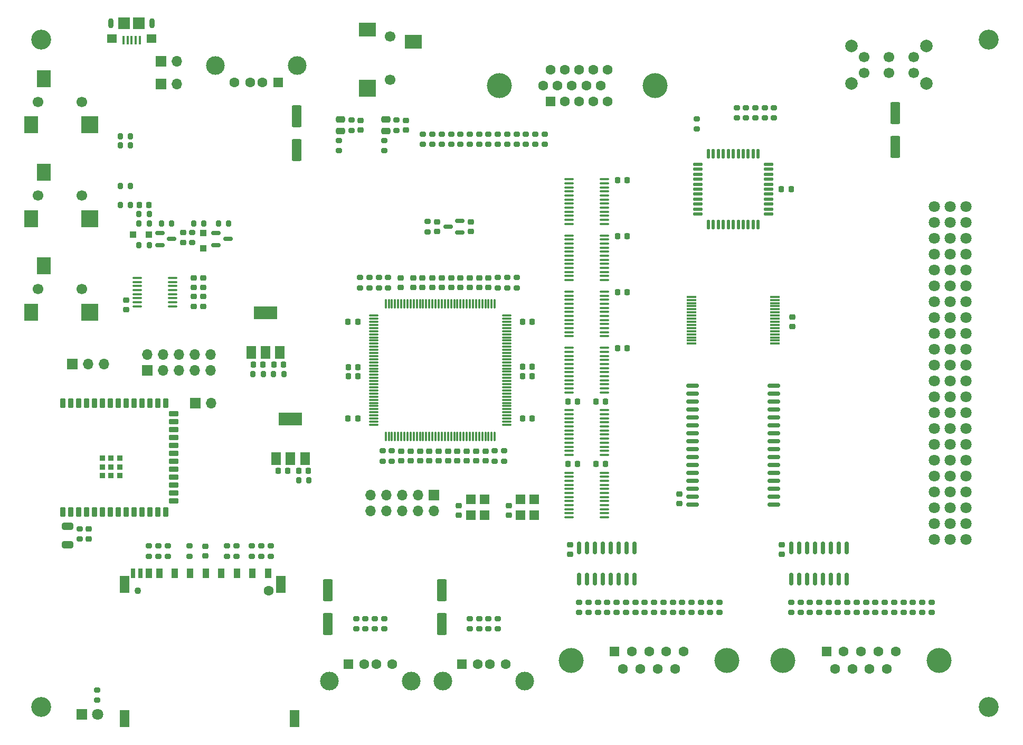
<source format=gts>
%TF.GenerationSoftware,KiCad,Pcbnew,(6.0.4-0)*%
%TF.CreationDate,2022-05-01T14:36:53+02:00*%
%TF.ProjectId,aquarius-plus,61717561-7269-4757-932d-706c75732e6b,rev?*%
%TF.SameCoordinates,Original*%
%TF.FileFunction,Soldermask,Top*%
%TF.FilePolarity,Negative*%
%FSLAX46Y46*%
G04 Gerber Fmt 4.6, Leading zero omitted, Abs format (unit mm)*
G04 Created by KiCad (PCBNEW (6.0.4-0)) date 2022-05-01 14:36:53*
%MOMM*%
%LPD*%
G01*
G04 APERTURE LIST*
G04 Aperture macros list*
%AMRoundRect*
0 Rectangle with rounded corners*
0 $1 Rounding radius*
0 $2 $3 $4 $5 $6 $7 $8 $9 X,Y pos of 4 corners*
0 Add a 4 corners polygon primitive as box body*
4,1,4,$2,$3,$4,$5,$6,$7,$8,$9,$2,$3,0*
0 Add four circle primitives for the rounded corners*
1,1,$1+$1,$2,$3*
1,1,$1+$1,$4,$5*
1,1,$1+$1,$6,$7*
1,1,$1+$1,$8,$9*
0 Add four rect primitives between the rounded corners*
20,1,$1+$1,$2,$3,$4,$5,0*
20,1,$1+$1,$4,$5,$6,$7,0*
20,1,$1+$1,$6,$7,$8,$9,0*
20,1,$1+$1,$8,$9,$2,$3,0*%
G04 Aperture macros list end*
%ADD10RoundRect,0.200000X0.275000X-0.200000X0.275000X0.200000X-0.275000X0.200000X-0.275000X-0.200000X0*%
%ADD11RoundRect,0.200000X-0.275000X0.200000X-0.275000X-0.200000X0.275000X-0.200000X0.275000X0.200000X0*%
%ADD12C,1.800000*%
%ADD13RoundRect,0.225000X0.250000X-0.225000X0.250000X0.225000X-0.250000X0.225000X-0.250000X-0.225000X0*%
%ADD14RoundRect,0.100000X0.637500X0.100000X-0.637500X0.100000X-0.637500X-0.100000X0.637500X-0.100000X0*%
%ADD15RoundRect,0.150000X0.875000X0.150000X-0.875000X0.150000X-0.875000X-0.150000X0.875000X-0.150000X0*%
%ADD16R,1.700000X1.700000*%
%ADD17O,1.700000X1.700000*%
%ADD18RoundRect,0.225000X-0.250000X0.225000X-0.250000X-0.225000X0.250000X-0.225000X0.250000X0.225000X0*%
%ADD19C,4.000000*%
%ADD20R,1.600000X1.600000*%
%ADD21C,1.600000*%
%ADD22R,1.500000X2.000000*%
%ADD23R,3.800000X2.000000*%
%ADD24RoundRect,0.075000X-0.662500X-0.075000X0.662500X-0.075000X0.662500X0.075000X-0.662500X0.075000X0*%
%ADD25RoundRect,0.075000X-0.075000X-0.662500X0.075000X-0.662500X0.075000X0.662500X-0.075000X0.662500X0*%
%ADD26C,3.200000*%
%ADD27RoundRect,0.225000X-0.225000X-0.250000X0.225000X-0.250000X0.225000X0.250000X-0.225000X0.250000X0*%
%ADD28RoundRect,0.225000X0.225000X0.250000X-0.225000X0.250000X-0.225000X-0.250000X0.225000X-0.250000X0*%
%ADD29RoundRect,0.250000X0.475000X-0.250000X0.475000X0.250000X-0.475000X0.250000X-0.475000X-0.250000X0*%
%ADD30RoundRect,0.200000X-0.200000X-0.275000X0.200000X-0.275000X0.200000X0.275000X-0.200000X0.275000X0*%
%ADD31RoundRect,0.150000X-0.587500X-0.150000X0.587500X-0.150000X0.587500X0.150000X-0.587500X0.150000X0*%
%ADD32RoundRect,0.150000X0.587500X0.150000X-0.587500X0.150000X-0.587500X-0.150000X0.587500X-0.150000X0*%
%ADD33RoundRect,0.200000X0.200000X0.275000X-0.200000X0.275000X-0.200000X-0.275000X0.200000X-0.275000X0*%
%ADD34C,1.700000*%
%ADD35R,2.200000X2.800000*%
%ADD36R,2.800000X2.800000*%
%ADD37R,1.500000X1.600000*%
%ADD38C,2.000000*%
%ADD39RoundRect,0.100000X-0.637500X-0.100000X0.637500X-0.100000X0.637500X0.100000X-0.637500X0.100000X0*%
%ADD40RoundRect,0.100000X0.100000X0.575000X-0.100000X0.575000X-0.100000X-0.575000X0.100000X-0.575000X0*%
%ADD41O,0.900000X1.600000*%
%ADD42R,1.900000X1.900000*%
%ADD43R,1.600000X1.400000*%
%ADD44RoundRect,0.150000X0.150000X-0.825000X0.150000X0.825000X-0.150000X0.825000X-0.150000X-0.825000X0*%
%ADD45RoundRect,0.075000X0.712500X0.075000X-0.712500X0.075000X-0.712500X-0.075000X0.712500X-0.075000X0*%
%ADD46C,1.100000*%
%ADD47R,1.000000X1.500000*%
%ADD48R,0.700000X1.500000*%
%ADD49R,1.500000X2.800000*%
%ADD50R,1.600000X1.500000*%
%ADD51C,3.000000*%
%ADD52RoundRect,0.137500X0.600000X0.137500X-0.600000X0.137500X-0.600000X-0.137500X0.600000X-0.137500X0*%
%ADD53RoundRect,0.137500X0.137500X0.600000X-0.137500X0.600000X-0.137500X-0.600000X0.137500X-0.600000X0*%
%ADD54R,1.800000X1.800000*%
%ADD55RoundRect,0.250000X0.550000X-1.500000X0.550000X1.500000X-0.550000X1.500000X-0.550000X-1.500000X0*%
%ADD56RoundRect,0.250000X-0.550000X1.500000X-0.550000X-1.500000X0.550000X-1.500000X0.550000X1.500000X0*%
%ADD57R,1.000000X1.000000*%
%ADD58RoundRect,0.250000X-0.650000X0.325000X-0.650000X-0.325000X0.650000X-0.325000X0.650000X0.325000X0*%
%ADD59R,2.800000X2.200000*%
%ADD60RoundRect,0.225000X0.225000X0.525000X-0.225000X0.525000X-0.225000X-0.525000X0.225000X-0.525000X0*%
%ADD61RoundRect,0.225000X-0.525000X0.225000X-0.525000X-0.225000X0.525000X-0.225000X0.525000X0.225000X0*%
%ADD62RoundRect,0.225000X-0.225000X-0.525000X0.225000X-0.525000X0.225000X0.525000X-0.225000X0.525000X0*%
%ADD63RoundRect,0.225000X-0.225000X-0.225000X0.225000X-0.225000X0.225000X0.225000X-0.225000X0.225000X0*%
G04 APERTURE END LIST*
D10*
%TO.C,R84*%
X207300000Y-130825000D03*
X207300000Y-129175000D03*
%TD*%
D11*
%TO.C,R69*%
X159800000Y-129175000D03*
X159800000Y-130825000D03*
%TD*%
D12*
%TO.C,J15*%
X214825000Y-65830000D03*
X212285000Y-65830000D03*
X217365000Y-65830000D03*
X214825000Y-68370000D03*
X212285000Y-68370000D03*
X217365000Y-68370000D03*
X214825000Y-70910000D03*
X212285000Y-70910000D03*
X217365000Y-70910000D03*
X214825000Y-73450000D03*
X212285000Y-73450000D03*
X217365000Y-73450000D03*
X212285000Y-75990000D03*
X214825000Y-75990000D03*
X217365000Y-75990000D03*
X212285000Y-78530000D03*
X214825000Y-78530000D03*
X217365000Y-78530000D03*
X214825000Y-81070000D03*
X212285000Y-81070000D03*
X217365000Y-81070000D03*
X214825000Y-83610000D03*
X212285000Y-83610000D03*
X217365000Y-83610000D03*
X212285000Y-86150000D03*
X214825000Y-86150000D03*
X217365000Y-86150000D03*
X212285000Y-88690000D03*
X214825000Y-88690000D03*
X217365000Y-88690000D03*
X214825000Y-91230000D03*
X212285000Y-91230000D03*
X217365000Y-91230000D03*
X214825000Y-93770000D03*
X212285000Y-93770000D03*
X217365000Y-93770000D03*
X214825000Y-96310000D03*
X212285000Y-96310000D03*
X217365000Y-96310000D03*
X212285000Y-98850000D03*
X214825000Y-98850000D03*
X217365000Y-98850000D03*
X212285000Y-101390000D03*
X214825000Y-101390000D03*
X217365000Y-101390000D03*
X212285000Y-103930000D03*
X214825000Y-103930000D03*
X217365000Y-103930000D03*
X214825000Y-106470000D03*
X212285000Y-106470000D03*
X217365000Y-106470000D03*
X214825000Y-109010000D03*
X212285000Y-109010000D03*
X217365000Y-109010000D03*
X212285000Y-111550000D03*
X214825000Y-111550000D03*
X217365000Y-111550000D03*
X212285000Y-114090000D03*
X214825000Y-114090000D03*
X217365000Y-114090000D03*
X212285000Y-116630000D03*
X214825000Y-116630000D03*
X217365000Y-116630000D03*
X214825000Y-119170000D03*
X212285000Y-119170000D03*
X217365000Y-119170000D03*
%TD*%
D11*
%TO.C,R49*%
X183550000Y-49925000D03*
X183550000Y-51575000D03*
%TD*%
D13*
%TO.C,C19*%
X140750000Y-78775000D03*
X140750000Y-77225000D03*
%TD*%
D10*
%TO.C,R27*%
X75150000Y-119075000D03*
X75150000Y-117425000D03*
%TD*%
D14*
%TO.C,U3*%
X90112500Y-81775000D03*
X90112500Y-81125000D03*
X90112500Y-80475000D03*
X90112500Y-79825000D03*
X90112500Y-79175000D03*
X90112500Y-78525000D03*
X90112500Y-77875000D03*
X90112500Y-77225000D03*
X84387500Y-77225000D03*
X84387500Y-77875000D03*
X84387500Y-78525000D03*
X84387500Y-79175000D03*
X84387500Y-79825000D03*
X84387500Y-80475000D03*
X84387500Y-81125000D03*
X84387500Y-81775000D03*
%TD*%
D11*
%TO.C,R92*%
X208800000Y-129175000D03*
X208800000Y-130825000D03*
%TD*%
D15*
%TO.C,U10*%
X186550000Y-113525000D03*
X186550000Y-112255000D03*
X186550000Y-110985000D03*
X186550000Y-109715000D03*
X186550000Y-108445000D03*
X186550000Y-107175000D03*
X186550000Y-105905000D03*
X186550000Y-104635000D03*
X186550000Y-103365000D03*
X186550000Y-102095000D03*
X186550000Y-100825000D03*
X186550000Y-99555000D03*
X186550000Y-98285000D03*
X186550000Y-97015000D03*
X186550000Y-95745000D03*
X186550000Y-94475000D03*
X173450000Y-94475000D03*
X173450000Y-95745000D03*
X173450000Y-97015000D03*
X173450000Y-98285000D03*
X173450000Y-99555000D03*
X173450000Y-100825000D03*
X173450000Y-102095000D03*
X173450000Y-103365000D03*
X173450000Y-104635000D03*
X173450000Y-105905000D03*
X173450000Y-107175000D03*
X173450000Y-108445000D03*
X173450000Y-109715000D03*
X173450000Y-110985000D03*
X173450000Y-112255000D03*
X173450000Y-113525000D03*
%TD*%
D11*
%TO.C,R70*%
X156800000Y-129175000D03*
X156800000Y-130825000D03*
%TD*%
D16*
%TO.C,JP1*%
X93700000Y-97250000D03*
D17*
X96240000Y-97250000D03*
%TD*%
D11*
%TO.C,R16*%
X104300000Y-120175000D03*
X104300000Y-121825000D03*
%TD*%
D10*
%TO.C,R60*%
X161300000Y-130825000D03*
X161300000Y-129175000D03*
%TD*%
%TO.C,R40*%
X140750000Y-55825000D03*
X140750000Y-54175000D03*
%TD*%
%TO.C,R42*%
X143750000Y-55825000D03*
X143750000Y-54175000D03*
%TD*%
D18*
%TO.C,C10*%
X134250000Y-104975000D03*
X134250000Y-106525000D03*
%TD*%
D19*
%TO.C,J11*%
X212990000Y-138489669D03*
X187990000Y-138489669D03*
D20*
X194950000Y-137069669D03*
D21*
X197720000Y-137069669D03*
X200490000Y-137069669D03*
X203260000Y-137069669D03*
X206030000Y-137069669D03*
X196335000Y-139909669D03*
X199105000Y-139909669D03*
X201875000Y-139909669D03*
X204645000Y-139909669D03*
%TD*%
D10*
%TO.C,R100*%
X131000000Y-69825000D03*
X131000000Y-68175000D03*
%TD*%
%TO.C,R86*%
X201300000Y-130825000D03*
X201300000Y-129175000D03*
%TD*%
D13*
%TO.C,C59*%
X171350000Y-113375000D03*
X171350000Y-111825000D03*
%TD*%
D10*
%TO.C,R59*%
X164300000Y-130825000D03*
X164300000Y-129175000D03*
%TD*%
D13*
%TO.C,C46*%
X127500000Y-53525000D03*
X127500000Y-51975000D03*
%TD*%
D22*
%TO.C,U17*%
X102700000Y-89150000D03*
X105000000Y-89150000D03*
D23*
X105000000Y-82850000D03*
D22*
X107300000Y-89150000D03*
%TD*%
D11*
%TO.C,R17*%
X102800000Y-120175000D03*
X102800000Y-121825000D03*
%TD*%
D18*
%TO.C,C22*%
X138750000Y-104975000D03*
X138750000Y-106525000D03*
%TD*%
D13*
%TO.C,C20*%
X131750000Y-78775000D03*
X131750000Y-77225000D03*
%TD*%
D24*
%TO.C,U1*%
X122337500Y-83250000D03*
X122337500Y-83750000D03*
X122337500Y-84250000D03*
X122337500Y-84750000D03*
X122337500Y-85250000D03*
X122337500Y-85750000D03*
X122337500Y-86250000D03*
X122337500Y-86750000D03*
X122337500Y-87250000D03*
X122337500Y-87750000D03*
X122337500Y-88250000D03*
X122337500Y-88750000D03*
X122337500Y-89250000D03*
X122337500Y-89750000D03*
X122337500Y-90250000D03*
X122337500Y-90750000D03*
X122337500Y-91250000D03*
X122337500Y-91750000D03*
X122337500Y-92250000D03*
X122337500Y-92750000D03*
X122337500Y-93250000D03*
X122337500Y-93750000D03*
X122337500Y-94250000D03*
X122337500Y-94750000D03*
X122337500Y-95250000D03*
X122337500Y-95750000D03*
X122337500Y-96250000D03*
X122337500Y-96750000D03*
X122337500Y-97250000D03*
X122337500Y-97750000D03*
X122337500Y-98250000D03*
X122337500Y-98750000D03*
X122337500Y-99250000D03*
X122337500Y-99750000D03*
X122337500Y-100250000D03*
X122337500Y-100750000D03*
D25*
X124250000Y-102662500D03*
X124750000Y-102662500D03*
X125250000Y-102662500D03*
X125750000Y-102662500D03*
X126250000Y-102662500D03*
X126750000Y-102662500D03*
X127250000Y-102662500D03*
X127750000Y-102662500D03*
X128250000Y-102662500D03*
X128750000Y-102662500D03*
X129250000Y-102662500D03*
X129750000Y-102662500D03*
X130250000Y-102662500D03*
X130750000Y-102662500D03*
X131250000Y-102662500D03*
X131750000Y-102662500D03*
X132250000Y-102662500D03*
X132750000Y-102662500D03*
X133250000Y-102662500D03*
X133750000Y-102662500D03*
X134250000Y-102662500D03*
X134750000Y-102662500D03*
X135250000Y-102662500D03*
X135750000Y-102662500D03*
X136250000Y-102662500D03*
X136750000Y-102662500D03*
X137250000Y-102662500D03*
X137750000Y-102662500D03*
X138250000Y-102662500D03*
X138750000Y-102662500D03*
X139250000Y-102662500D03*
X139750000Y-102662500D03*
X140250000Y-102662500D03*
X140750000Y-102662500D03*
X141250000Y-102662500D03*
X141750000Y-102662500D03*
D24*
X143662500Y-100750000D03*
X143662500Y-100250000D03*
X143662500Y-99750000D03*
X143662500Y-99250000D03*
X143662500Y-98750000D03*
X143662500Y-98250000D03*
X143662500Y-97750000D03*
X143662500Y-97250000D03*
X143662500Y-96750000D03*
X143662500Y-96250000D03*
X143662500Y-95750000D03*
X143662500Y-95250000D03*
X143662500Y-94750000D03*
X143662500Y-94250000D03*
X143662500Y-93750000D03*
X143662500Y-93250000D03*
X143662500Y-92750000D03*
X143662500Y-92250000D03*
X143662500Y-91750000D03*
X143662500Y-91250000D03*
X143662500Y-90750000D03*
X143662500Y-90250000D03*
X143662500Y-89750000D03*
X143662500Y-89250000D03*
X143662500Y-88750000D03*
X143662500Y-88250000D03*
X143662500Y-87750000D03*
X143662500Y-87250000D03*
X143662500Y-86750000D03*
X143662500Y-86250000D03*
X143662500Y-85750000D03*
X143662500Y-85250000D03*
X143662500Y-84750000D03*
X143662500Y-84250000D03*
X143662500Y-83750000D03*
X143662500Y-83250000D03*
D25*
X141750000Y-81337500D03*
X141250000Y-81337500D03*
X140750000Y-81337500D03*
X140250000Y-81337500D03*
X139750000Y-81337500D03*
X139250000Y-81337500D03*
X138750000Y-81337500D03*
X138250000Y-81337500D03*
X137750000Y-81337500D03*
X137250000Y-81337500D03*
X136750000Y-81337500D03*
X136250000Y-81337500D03*
X135750000Y-81337500D03*
X135250000Y-81337500D03*
X134750000Y-81337500D03*
X134250000Y-81337500D03*
X133750000Y-81337500D03*
X133250000Y-81337500D03*
X132750000Y-81337500D03*
X132250000Y-81337500D03*
X131750000Y-81337500D03*
X131250000Y-81337500D03*
X130750000Y-81337500D03*
X130250000Y-81337500D03*
X129750000Y-81337500D03*
X129250000Y-81337500D03*
X128750000Y-81337500D03*
X128250000Y-81337500D03*
X127750000Y-81337500D03*
X127250000Y-81337500D03*
X126750000Y-81337500D03*
X126250000Y-81337500D03*
X125750000Y-81337500D03*
X125250000Y-81337500D03*
X124750000Y-81337500D03*
X124250000Y-81337500D03*
%TD*%
D26*
%TO.C,H4*%
X221000000Y-146000000D03*
%TD*%
D10*
%TO.C,R35*%
X133250000Y-55825000D03*
X133250000Y-54175000D03*
%TD*%
%TO.C,R3*%
X123750000Y-106575000D03*
X123750000Y-104925000D03*
%TD*%
D27*
%TO.C,C9*%
X146225000Y-91450000D03*
X147775000Y-91450000D03*
%TD*%
D26*
%TO.C,H3*%
X69000000Y-146000000D03*
%TD*%
D11*
%TO.C,R93*%
X205800000Y-129175000D03*
X205800000Y-130825000D03*
%TD*%
%TO.C,R51*%
X180550000Y-49925000D03*
X180550000Y-51575000D03*
%TD*%
D28*
%TO.C,C65*%
X108575000Y-108150000D03*
X107025000Y-108150000D03*
%TD*%
D11*
%TO.C,R65*%
X171800000Y-129175000D03*
X171800000Y-130825000D03*
%TD*%
D10*
%TO.C,R76*%
X121000000Y-133465000D03*
X121000000Y-131815000D03*
%TD*%
%TO.C,R11*%
X143750000Y-78825000D03*
X143750000Y-77175000D03*
%TD*%
D29*
%TO.C,C49*%
X124250000Y-53700000D03*
X124250000Y-51800000D03*
%TD*%
D11*
%TO.C,R52*%
X186550000Y-49925000D03*
X186550000Y-51575000D03*
%TD*%
D30*
%TO.C,R14*%
X81675000Y-65500000D03*
X83325000Y-65500000D03*
%TD*%
D31*
%TO.C,Q2*%
X97062500Y-70050000D03*
X97062500Y-71950000D03*
X98937500Y-71000000D03*
%TD*%
D18*
%TO.C,C63*%
X132500000Y-68225000D03*
X132500000Y-69775000D03*
%TD*%
D32*
%TO.C,U16*%
X136137500Y-69950000D03*
X136137500Y-68050000D03*
X134262500Y-69000000D03*
%TD*%
D11*
%TO.C,R78*%
X119500000Y-131815000D03*
X119500000Y-133465000D03*
%TD*%
D10*
%TO.C,R8*%
X123150000Y-78825000D03*
X123150000Y-77175000D03*
%TD*%
D18*
%TO.C,C6*%
X135750000Y-104975000D03*
X135750000Y-106525000D03*
%TD*%
D13*
%TO.C,C16*%
X130150000Y-78775000D03*
X130150000Y-77225000D03*
%TD*%
D10*
%TO.C,R2*%
X145250000Y-78825000D03*
X145250000Y-77175000D03*
%TD*%
%TO.C,R71*%
X116750000Y-56825000D03*
X116750000Y-55175000D03*
%TD*%
D33*
%TO.C,R21*%
X83325000Y-54500000D03*
X81675000Y-54500000D03*
%TD*%
D34*
%TO.C,J1*%
X68500000Y-64000000D03*
X75500000Y-64000000D03*
D35*
X69400000Y-60300000D03*
X67400000Y-67700000D03*
D36*
X76800000Y-67700000D03*
%TD*%
D16*
%TO.C,J14*%
X132000000Y-112000000D03*
D17*
X132000000Y-114540000D03*
X129460000Y-112000000D03*
X129460000Y-114540000D03*
X126920000Y-112000000D03*
X126920000Y-114540000D03*
X124380000Y-112000000D03*
X124380000Y-114540000D03*
X121840000Y-112000000D03*
X121840000Y-114540000D03*
%TD*%
D30*
%TO.C,R15*%
X81675000Y-62500000D03*
X83325000Y-62500000D03*
%TD*%
D11*
%TO.C,R95*%
X199800000Y-129175000D03*
X199800000Y-130825000D03*
%TD*%
D18*
%TO.C,C66*%
X137900000Y-68225000D03*
X137900000Y-69775000D03*
%TD*%
D13*
%TO.C,C34*%
X95300000Y-121775000D03*
X95300000Y-120225000D03*
%TD*%
D28*
%TO.C,C62*%
X111875000Y-108150000D03*
X110325000Y-108150000D03*
%TD*%
D10*
%TO.C,R55*%
X176300000Y-130825000D03*
X176300000Y-129175000D03*
%TD*%
D27*
%TO.C,C42*%
X161425000Y-79550000D03*
X162975000Y-79550000D03*
%TD*%
D10*
%TO.C,R56*%
X173300000Y-130825000D03*
X173300000Y-129175000D03*
%TD*%
D37*
%TO.C,X2*%
X140100000Y-115270000D03*
X140100000Y-112730000D03*
X137900000Y-112730000D03*
X137900000Y-115270000D03*
%TD*%
D30*
%TO.C,R29*%
X84675000Y-72000000D03*
X86325000Y-72000000D03*
%TD*%
D28*
%TO.C,C60*%
X159500000Y-107000000D03*
X157950000Y-107000000D03*
%TD*%
D13*
%TO.C,C31*%
X93500000Y-81775000D03*
X93500000Y-80225000D03*
%TD*%
D10*
%TO.C,R5*%
X120150000Y-78825000D03*
X120150000Y-77175000D03*
%TD*%
D38*
%TO.C,SW1*%
X198957500Y-46082500D03*
X210957500Y-46082500D03*
X198957500Y-40082500D03*
X210957500Y-40082500D03*
D34*
X208957500Y-44332500D03*
X204957500Y-44332500D03*
X200957500Y-44332500D03*
X208957500Y-41832500D03*
X204957500Y-41832500D03*
X200957500Y-41832500D03*
%TD*%
D39*
%TO.C,U11*%
X153637500Y-98425000D03*
X153637500Y-99075000D03*
X153637500Y-99725000D03*
X153637500Y-100375000D03*
X153637500Y-101025000D03*
X153637500Y-101675000D03*
X153637500Y-102325000D03*
X153637500Y-102975000D03*
X153637500Y-103625000D03*
X153637500Y-104275000D03*
X153637500Y-104925000D03*
X153637500Y-105575000D03*
X159362500Y-105575000D03*
X159362500Y-104925000D03*
X159362500Y-104275000D03*
X159362500Y-103625000D03*
X159362500Y-102975000D03*
X159362500Y-102325000D03*
X159362500Y-101675000D03*
X159362500Y-101025000D03*
X159362500Y-100375000D03*
X159362500Y-99725000D03*
X159362500Y-99075000D03*
X159362500Y-98425000D03*
%TD*%
D18*
%TO.C,C38*%
X95000000Y-80225000D03*
X95000000Y-81775000D03*
%TD*%
D10*
%TO.C,R46*%
X149750000Y-55825000D03*
X149750000Y-54175000D03*
%TD*%
D30*
%TO.C,R99*%
X110275000Y-109650000D03*
X111925000Y-109650000D03*
%TD*%
D10*
%TO.C,R41*%
X142250000Y-55825000D03*
X142250000Y-54175000D03*
%TD*%
D11*
%TO.C,R13*%
X98800000Y-120175000D03*
X98800000Y-121825000D03*
%TD*%
%TO.C,R81*%
X118750000Y-51925000D03*
X118750000Y-53575000D03*
%TD*%
D10*
%TO.C,R34*%
X131750000Y-55825000D03*
X131750000Y-54175000D03*
%TD*%
D16*
%TO.C,J7*%
X74000000Y-91000000D03*
D17*
X76540000Y-91000000D03*
X79080000Y-91000000D03*
%TD*%
D10*
%TO.C,R75*%
X122500000Y-133465000D03*
X122500000Y-131815000D03*
%TD*%
D18*
%TO.C,C1*%
X129750000Y-104975000D03*
X129750000Y-106525000D03*
%TD*%
%TO.C,C7*%
X137250000Y-104975000D03*
X137250000Y-106525000D03*
%TD*%
D13*
%TO.C,C26*%
X139250000Y-78775000D03*
X139250000Y-77225000D03*
%TD*%
D11*
%TO.C,R67*%
X165800000Y-129175000D03*
X165800000Y-130825000D03*
%TD*%
D13*
%TO.C,C25*%
X134750000Y-78775000D03*
X134750000Y-77225000D03*
%TD*%
D11*
%TO.C,R30*%
X93250000Y-69925000D03*
X93250000Y-71575000D03*
%TD*%
D10*
%TO.C,R24*%
X86300000Y-121825000D03*
X86300000Y-120175000D03*
%TD*%
D40*
%TO.C,J13*%
X84800000Y-39125000D03*
X84150000Y-39125000D03*
X83500000Y-39125000D03*
X82850000Y-39125000D03*
X82200000Y-39125000D03*
D41*
X80200000Y-36450000D03*
D42*
X82300000Y-36450000D03*
D43*
X86700000Y-38900000D03*
D42*
X84700000Y-36450000D03*
D41*
X86800000Y-36450000D03*
D43*
X80300000Y-38900000D03*
%TD*%
D11*
%TO.C,R48*%
X185050000Y-49925000D03*
X185050000Y-51575000D03*
%TD*%
%TO.C,R97*%
X193800000Y-129175000D03*
X193800000Y-130825000D03*
%TD*%
%TO.C,R63*%
X177800000Y-129175000D03*
X177800000Y-130825000D03*
%TD*%
D22*
%TO.C,U15*%
X106700000Y-106150000D03*
X109000000Y-106150000D03*
D23*
X109000000Y-99850000D03*
D22*
X111300000Y-106150000D03*
%TD*%
D11*
%TO.C,R94*%
X202800000Y-129175000D03*
X202800000Y-130825000D03*
%TD*%
D10*
%TO.C,R39*%
X139250000Y-55825000D03*
X139250000Y-54175000D03*
%TD*%
D27*
%TO.C,C35*%
X161450000Y-61550000D03*
X163000000Y-61550000D03*
%TD*%
D33*
%TO.C,R25*%
X86325000Y-67000000D03*
X84675000Y-67000000D03*
%TD*%
D18*
%TO.C,C23*%
X132750000Y-104975000D03*
X132750000Y-106525000D03*
%TD*%
D28*
%TO.C,C13*%
X119775000Y-99750000D03*
X118225000Y-99750000D03*
%TD*%
D13*
%TO.C,C55*%
X189500000Y-85025000D03*
X189500000Y-83475000D03*
%TD*%
%TO.C,C11*%
X136250000Y-78775000D03*
X136250000Y-77225000D03*
%TD*%
D34*
%TO.C,J4*%
X68500000Y-79000000D03*
X75500000Y-79000000D03*
D35*
X69400000Y-75300000D03*
X67400000Y-82700000D03*
D36*
X76800000Y-82700000D03*
%TD*%
D31*
%TO.C,Q1*%
X88062500Y-70050000D03*
X88062500Y-71950000D03*
X89937500Y-71000000D03*
%TD*%
D10*
%TO.C,R43*%
X145250000Y-55825000D03*
X145250000Y-54175000D03*
%TD*%
%TO.C,R44*%
X146750000Y-55825000D03*
X146750000Y-54175000D03*
%TD*%
%TO.C,R62*%
X155300000Y-130825000D03*
X155300000Y-129175000D03*
%TD*%
D11*
%TO.C,R6*%
X125250000Y-104925000D03*
X125250000Y-106575000D03*
%TD*%
%TO.C,R7*%
X141750000Y-104925000D03*
X141750000Y-106575000D03*
%TD*%
D30*
%TO.C,R102*%
X102975000Y-92650000D03*
X104625000Y-92650000D03*
%TD*%
D18*
%TO.C,C36*%
X76650000Y-117475000D03*
X76650000Y-119025000D03*
%TD*%
D44*
%TO.C,U12*%
X189305000Y-125475000D03*
X190575000Y-125475000D03*
X191845000Y-125475000D03*
X193115000Y-125475000D03*
X194385000Y-125475000D03*
X195655000Y-125475000D03*
X196925000Y-125475000D03*
X198195000Y-125475000D03*
X198195000Y-120525000D03*
X196925000Y-120525000D03*
X195655000Y-120525000D03*
X194385000Y-120525000D03*
X193115000Y-120525000D03*
X191845000Y-120525000D03*
X190575000Y-120525000D03*
X189305000Y-120525000D03*
%TD*%
D45*
%TO.C,U13*%
X186687500Y-87750000D03*
X186687500Y-87250000D03*
X186687500Y-86750000D03*
X186687500Y-86250000D03*
X186687500Y-85750000D03*
X186687500Y-85250000D03*
X186687500Y-84750000D03*
X186687500Y-84250000D03*
X186687500Y-83750000D03*
X186687500Y-83250000D03*
X186687500Y-82750000D03*
X186687500Y-82250000D03*
X186687500Y-81750000D03*
X186687500Y-81250000D03*
X186687500Y-80750000D03*
X186687500Y-80250000D03*
X173312500Y-80250000D03*
X173312500Y-80750000D03*
X173312500Y-81250000D03*
X173312500Y-81750000D03*
X173312500Y-82250000D03*
X173312500Y-82750000D03*
X173312500Y-83250000D03*
X173312500Y-83750000D03*
X173312500Y-84250000D03*
X173312500Y-84750000D03*
X173312500Y-85250000D03*
X173312500Y-85750000D03*
X173312500Y-86250000D03*
X173312500Y-86750000D03*
X173312500Y-87250000D03*
X173312500Y-87750000D03*
%TD*%
D10*
%TO.C,R90*%
X189300000Y-130825000D03*
X189300000Y-129175000D03*
%TD*%
D30*
%TO.C,R26*%
X84675000Y-68500000D03*
X86325000Y-68500000D03*
%TD*%
D11*
%TO.C,R54*%
X78000000Y-143225000D03*
X78000000Y-144875000D03*
%TD*%
D21*
%TO.C,J3*%
X105500000Y-127325000D03*
D46*
X84500000Y-127325000D03*
D47*
X102875000Y-124525000D03*
X100375000Y-124525000D03*
X97875000Y-124525000D03*
X95375000Y-124525000D03*
X92875000Y-124525000D03*
X90375000Y-124525000D03*
X87945000Y-124525000D03*
X86245000Y-124525000D03*
X105375000Y-124525000D03*
D48*
X84945000Y-124525000D03*
X83745000Y-124525000D03*
D49*
X107450000Y-126325000D03*
X109650000Y-147825000D03*
X82350000Y-126325000D03*
X82350000Y-147825000D03*
%TD*%
D11*
%TO.C,R80*%
X124000000Y-131815000D03*
X124000000Y-133465000D03*
%TD*%
D18*
%TO.C,C58*%
X187800000Y-119975000D03*
X187800000Y-121525000D03*
%TD*%
D10*
%TO.C,R57*%
X170300000Y-130825000D03*
X170300000Y-129175000D03*
%TD*%
D50*
%TO.C,J8*%
X136500000Y-139140000D03*
D21*
X139000000Y-139140000D03*
X141000000Y-139140000D03*
X143500000Y-139140000D03*
D51*
X133430000Y-141850000D03*
X146570000Y-141850000D03*
%TD*%
D11*
%TO.C,R19*%
X92800000Y-120175000D03*
X92800000Y-121825000D03*
%TD*%
%TO.C,R64*%
X174800000Y-129175000D03*
X174800000Y-130825000D03*
%TD*%
D27*
%TO.C,C44*%
X187725000Y-63000000D03*
X189275000Y-63000000D03*
%TD*%
D11*
%TO.C,R50*%
X182050000Y-49925000D03*
X182050000Y-51575000D03*
%TD*%
D52*
%TO.C,U7*%
X185662500Y-67000000D03*
X185662500Y-66200000D03*
X185662500Y-65400000D03*
X185662500Y-64600000D03*
X185662500Y-63800000D03*
X185662500Y-63000000D03*
X185662500Y-62200000D03*
X185662500Y-61400000D03*
X185662500Y-60600000D03*
X185662500Y-59800000D03*
X185662500Y-59000000D03*
D53*
X184000000Y-57337500D03*
X183200000Y-57337500D03*
X182400000Y-57337500D03*
X181600000Y-57337500D03*
X180800000Y-57337500D03*
X180000000Y-57337500D03*
X179200000Y-57337500D03*
X178400000Y-57337500D03*
X177600000Y-57337500D03*
X176800000Y-57337500D03*
X176000000Y-57337500D03*
D52*
X174337500Y-59000000D03*
X174337500Y-59800000D03*
X174337500Y-60600000D03*
X174337500Y-61400000D03*
X174337500Y-62200000D03*
X174337500Y-63000000D03*
X174337500Y-63800000D03*
X174337500Y-64600000D03*
X174337500Y-65400000D03*
X174337500Y-66200000D03*
X174337500Y-67000000D03*
D53*
X176000000Y-68662500D03*
X176800000Y-68662500D03*
X177600000Y-68662500D03*
X178400000Y-68662500D03*
X179200000Y-68662500D03*
X180000000Y-68662500D03*
X180800000Y-68662500D03*
X181600000Y-68662500D03*
X182400000Y-68662500D03*
X183200000Y-68662500D03*
X184000000Y-68662500D03*
%TD*%
D33*
%TO.C,R31*%
X95075000Y-68500000D03*
X93425000Y-68500000D03*
%TD*%
D19*
%TO.C,J6*%
X142505000Y-46430000D03*
X167495000Y-46430000D03*
D20*
X150685000Y-48970000D03*
D21*
X152975000Y-48970000D03*
X155265000Y-48970000D03*
X157555000Y-48970000D03*
X159845000Y-48970000D03*
X149545000Y-46430000D03*
X151835000Y-46430000D03*
X154125000Y-46430000D03*
X156415000Y-46430000D03*
X158705000Y-46430000D03*
X150685000Y-43890000D03*
X152975000Y-43890000D03*
X155265000Y-43890000D03*
X157555000Y-43890000D03*
X159845000Y-43890000D03*
%TD*%
D10*
%TO.C,R74*%
X139250000Y-133465000D03*
X139250000Y-131815000D03*
%TD*%
D11*
%TO.C,R96*%
X196800000Y-129175000D03*
X196800000Y-130825000D03*
%TD*%
D39*
%TO.C,U6*%
X153637500Y-88425000D03*
X153637500Y-89075000D03*
X153637500Y-89725000D03*
X153637500Y-90375000D03*
X153637500Y-91025000D03*
X153637500Y-91675000D03*
X153637500Y-92325000D03*
X153637500Y-92975000D03*
X153637500Y-93625000D03*
X153637500Y-94275000D03*
X153637500Y-94925000D03*
X153637500Y-95575000D03*
X159362500Y-95575000D03*
X159362500Y-94925000D03*
X159362500Y-94275000D03*
X159362500Y-93625000D03*
X159362500Y-92975000D03*
X159362500Y-92325000D03*
X159362500Y-91675000D03*
X159362500Y-91025000D03*
X159362500Y-90375000D03*
X159362500Y-89725000D03*
X159362500Y-89075000D03*
X159362500Y-88425000D03*
%TD*%
D13*
%TO.C,C30*%
X136000000Y-115275000D03*
X136000000Y-113725000D03*
%TD*%
D10*
%TO.C,R85*%
X204300000Y-130825000D03*
X204300000Y-129175000D03*
%TD*%
D28*
%TO.C,C5*%
X119800000Y-93000000D03*
X118250000Y-93000000D03*
%TD*%
D10*
%TO.C,R72*%
X124000000Y-56825000D03*
X124000000Y-55175000D03*
%TD*%
D50*
%TO.C,J12*%
X107000000Y-45860000D03*
D21*
X104500000Y-45860000D03*
X102500000Y-45860000D03*
X100000000Y-45860000D03*
D51*
X110070000Y-43150000D03*
X96930000Y-43150000D03*
%TD*%
D26*
%TO.C,H1*%
X69000000Y-39000000D03*
%TD*%
D27*
%TO.C,C52*%
X153475000Y-97000000D03*
X155025000Y-97000000D03*
%TD*%
D50*
%TO.C,J9*%
X118300000Y-139140000D03*
D21*
X120800000Y-139140000D03*
X122800000Y-139140000D03*
X125300000Y-139140000D03*
D51*
X128370000Y-141850000D03*
X115230000Y-141850000D03*
%TD*%
D39*
%TO.C,U2*%
X153637500Y-61425000D03*
X153637500Y-62075000D03*
X153637500Y-62725000D03*
X153637500Y-63375000D03*
X153637500Y-64025000D03*
X153637500Y-64675000D03*
X153637500Y-65325000D03*
X153637500Y-65975000D03*
X153637500Y-66625000D03*
X153637500Y-67275000D03*
X153637500Y-67925000D03*
X153637500Y-68575000D03*
X159362500Y-68575000D03*
X159362500Y-67925000D03*
X159362500Y-67275000D03*
X159362500Y-66625000D03*
X159362500Y-65975000D03*
X159362500Y-65325000D03*
X159362500Y-64675000D03*
X159362500Y-64025000D03*
X159362500Y-63375000D03*
X159362500Y-62725000D03*
X159362500Y-62075000D03*
X159362500Y-61425000D03*
%TD*%
D10*
%TO.C,R88*%
X195300000Y-130825000D03*
X195300000Y-129175000D03*
%TD*%
%TO.C,R89*%
X192300000Y-130825000D03*
X192300000Y-129175000D03*
%TD*%
D11*
%TO.C,R18*%
X100300000Y-120175000D03*
X100300000Y-121825000D03*
%TD*%
D54*
%TO.C,D4*%
X75500000Y-147175000D03*
D12*
X78040000Y-147175000D03*
%TD*%
D10*
%TO.C,R38*%
X137750000Y-55825000D03*
X137750000Y-54175000D03*
%TD*%
%TO.C,R36*%
X134750000Y-55825000D03*
X134750000Y-54175000D03*
%TD*%
D13*
%TO.C,C32*%
X93500000Y-78775000D03*
X93500000Y-77225000D03*
%TD*%
D55*
%TO.C,C53*%
X133250000Y-132700000D03*
X133250000Y-127300000D03*
%TD*%
D11*
%TO.C,R82*%
X126000000Y-51925000D03*
X126000000Y-53575000D03*
%TD*%
D27*
%TO.C,C33*%
X84725000Y-65500000D03*
X86275000Y-65500000D03*
%TD*%
D26*
%TO.C,H2*%
X221000000Y-39000000D03*
%TD*%
D33*
%TO.C,R23*%
X83325000Y-56000000D03*
X81675000Y-56000000D03*
%TD*%
D11*
%TO.C,R91*%
X211800000Y-129175000D03*
X211800000Y-130825000D03*
%TD*%
D28*
%TO.C,C8*%
X119800000Y-91500000D03*
X118250000Y-91500000D03*
%TD*%
D11*
%TO.C,R77*%
X137750000Y-131815000D03*
X137750000Y-133465000D03*
%TD*%
D27*
%TO.C,C43*%
X161425000Y-88500000D03*
X162975000Y-88500000D03*
%TD*%
D28*
%TO.C,C56*%
X159525000Y-97000000D03*
X157975000Y-97000000D03*
%TD*%
D56*
%TO.C,C54*%
X110000000Y-51300000D03*
X110000000Y-56700000D03*
%TD*%
D16*
%TO.C,J16*%
X86000000Y-92000000D03*
D17*
X86000000Y-89460000D03*
X88540000Y-92000000D03*
X88540000Y-89460000D03*
X91080000Y-92000000D03*
X91080000Y-89460000D03*
X93620000Y-92000000D03*
X93620000Y-89460000D03*
X96160000Y-92000000D03*
X96160000Y-89460000D03*
%TD*%
D18*
%TO.C,C18*%
X126750000Y-104975000D03*
X126750000Y-106525000D03*
%TD*%
D44*
%TO.C,U9*%
X155305000Y-125475000D03*
X156575000Y-125475000D03*
X157845000Y-125475000D03*
X159115000Y-125475000D03*
X160385000Y-125475000D03*
X161655000Y-125475000D03*
X162925000Y-125475000D03*
X164195000Y-125475000D03*
X164195000Y-120525000D03*
X162925000Y-120525000D03*
X161655000Y-120525000D03*
X160385000Y-120525000D03*
X159115000Y-120525000D03*
X157845000Y-120525000D03*
X156575000Y-120525000D03*
X155305000Y-120525000D03*
%TD*%
D13*
%TO.C,C41*%
X82600000Y-82325000D03*
X82600000Y-80775000D03*
%TD*%
D10*
%TO.C,R9*%
X143250000Y-106575000D03*
X143250000Y-104925000D03*
%TD*%
D16*
%TO.C,JP2*%
X88225000Y-46150000D03*
D17*
X90765000Y-46150000D03*
%TD*%
D13*
%TO.C,C45*%
X120250000Y-53525000D03*
X120250000Y-51975000D03*
%TD*%
D57*
%TO.C,D2*%
X95000000Y-70000000D03*
X95000000Y-72500000D03*
%TD*%
D37*
%TO.C,X1*%
X148100000Y-115270000D03*
X148100000Y-112730000D03*
X145900000Y-112730000D03*
X145900000Y-115270000D03*
%TD*%
D11*
%TO.C,R66*%
X168800000Y-129175000D03*
X168800000Y-130825000D03*
%TD*%
D10*
%TO.C,R10*%
X124650000Y-78825000D03*
X124650000Y-77175000D03*
%TD*%
D13*
%TO.C,C40*%
X91750000Y-71525000D03*
X91750000Y-69975000D03*
%TD*%
D10*
%TO.C,R1*%
X142250000Y-78825000D03*
X142250000Y-77175000D03*
%TD*%
D55*
%TO.C,C47*%
X115000000Y-132700000D03*
X115000000Y-127300000D03*
%TD*%
D11*
%TO.C,R98*%
X190800000Y-129175000D03*
X190800000Y-130825000D03*
%TD*%
D39*
%TO.C,U4*%
X153637500Y-79425000D03*
X153637500Y-80075000D03*
X153637500Y-80725000D03*
X153637500Y-81375000D03*
X153637500Y-82025000D03*
X153637500Y-82675000D03*
X153637500Y-83325000D03*
X153637500Y-83975000D03*
X153637500Y-84625000D03*
X153637500Y-85275000D03*
X153637500Y-85925000D03*
X153637500Y-86575000D03*
X159362500Y-86575000D03*
X159362500Y-85925000D03*
X159362500Y-85275000D03*
X159362500Y-84625000D03*
X159362500Y-83975000D03*
X159362500Y-83325000D03*
X159362500Y-82675000D03*
X159362500Y-82025000D03*
X159362500Y-81375000D03*
X159362500Y-80725000D03*
X159362500Y-80075000D03*
X159362500Y-79425000D03*
%TD*%
D27*
%TO.C,C57*%
X153475000Y-107000000D03*
X155025000Y-107000000D03*
%TD*%
D58*
%TO.C,C37*%
X73250000Y-117025000D03*
X73250000Y-119975000D03*
%TD*%
D18*
%TO.C,C39*%
X95000000Y-77225000D03*
X95000000Y-78775000D03*
%TD*%
D34*
%TO.C,J10*%
X125000000Y-45500000D03*
X125000000Y-38500000D03*
D59*
X128700000Y-39400000D03*
X121300000Y-37400000D03*
D36*
X121300000Y-46800000D03*
%TD*%
D13*
%TO.C,C24*%
X133250000Y-78775000D03*
X133250000Y-77225000D03*
%TD*%
%TO.C,C17*%
X128650000Y-78775000D03*
X128650000Y-77225000D03*
%TD*%
D11*
%TO.C,R12*%
X89300000Y-120175000D03*
X89300000Y-121825000D03*
%TD*%
D13*
%TO.C,C29*%
X144000000Y-115275000D03*
X144000000Y-113725000D03*
%TD*%
D28*
%TO.C,C64*%
X107875000Y-91150000D03*
X106325000Y-91150000D03*
%TD*%
D13*
%TO.C,C12*%
X137750000Y-78775000D03*
X137750000Y-77225000D03*
%TD*%
D33*
%TO.C,R32*%
X99075000Y-68500000D03*
X97425000Y-68500000D03*
%TD*%
D19*
%TO.C,J5*%
X153990000Y-138489669D03*
X178990000Y-138489669D03*
D20*
X160950000Y-137069669D03*
D21*
X163720000Y-137069669D03*
X166490000Y-137069669D03*
X169260000Y-137069669D03*
X172030000Y-137069669D03*
X162335000Y-139909669D03*
X165105000Y-139909669D03*
X167875000Y-139909669D03*
X170645000Y-139909669D03*
%TD*%
D30*
%TO.C,R101*%
X106275000Y-92650000D03*
X107925000Y-92650000D03*
%TD*%
D10*
%TO.C,R33*%
X130250000Y-55825000D03*
X130250000Y-54175000D03*
%TD*%
D13*
%TO.C,C28*%
X126650000Y-78775000D03*
X126650000Y-77225000D03*
%TD*%
D10*
%TO.C,R45*%
X148250000Y-55825000D03*
X148250000Y-54175000D03*
%TD*%
D60*
%TO.C,U5*%
X72490000Y-114750000D03*
X73760000Y-114750000D03*
X75030000Y-114750000D03*
X76300000Y-114750000D03*
X77570000Y-114750000D03*
X78840000Y-114750000D03*
X80110000Y-114750000D03*
X81380000Y-114750000D03*
X82650000Y-114750000D03*
X83920000Y-114750000D03*
X85190000Y-114750000D03*
X86460000Y-114750000D03*
X87730000Y-114750000D03*
X89000000Y-114750000D03*
D61*
X90250000Y-112985000D03*
X90250000Y-111715000D03*
X90250000Y-110445000D03*
X90250000Y-109175000D03*
X90250000Y-107905000D03*
X90250000Y-106635000D03*
X90250000Y-105365000D03*
X90250000Y-104095000D03*
X90250000Y-102825000D03*
X90250000Y-101555000D03*
X90250000Y-100285000D03*
X90250000Y-99015000D03*
D62*
X89000000Y-97250000D03*
X87730000Y-97250000D03*
X86460000Y-97250000D03*
X85190000Y-97250000D03*
X83920000Y-97250000D03*
X82650000Y-97250000D03*
X81380000Y-97250000D03*
X80110000Y-97250000D03*
X78840000Y-97250000D03*
X77570000Y-97250000D03*
X76300000Y-97250000D03*
X75030000Y-97250000D03*
X73760000Y-97250000D03*
X72490000Y-97250000D03*
D63*
X80210000Y-107500000D03*
X78810000Y-107500000D03*
X78810000Y-108900000D03*
X81610000Y-106100000D03*
X80210000Y-106100000D03*
X78810000Y-106100000D03*
X80210000Y-108900000D03*
X81610000Y-107500000D03*
X81610000Y-108900000D03*
%TD*%
D10*
%TO.C,R58*%
X167300000Y-130825000D03*
X167300000Y-129175000D03*
%TD*%
D28*
%TO.C,C67*%
X104575000Y-91150000D03*
X103025000Y-91150000D03*
%TD*%
%TO.C,C3*%
X119775000Y-84250000D03*
X118225000Y-84250000D03*
%TD*%
D11*
%TO.C,R4*%
X121650000Y-77175000D03*
X121650000Y-78825000D03*
%TD*%
D16*
%TO.C,JP3*%
X88225000Y-42500000D03*
D17*
X90765000Y-42500000D03*
%TD*%
D27*
%TO.C,C4*%
X146225000Y-99750000D03*
X147775000Y-99750000D03*
%TD*%
D11*
%TO.C,R47*%
X174150000Y-51725000D03*
X174150000Y-53375000D03*
%TD*%
D18*
%TO.C,C51*%
X153800000Y-119975000D03*
X153800000Y-121525000D03*
%TD*%
D39*
%TO.C,U14*%
X153637500Y-108425000D03*
X153637500Y-109075000D03*
X153637500Y-109725000D03*
X153637500Y-110375000D03*
X153637500Y-111025000D03*
X153637500Y-111675000D03*
X153637500Y-112325000D03*
X153637500Y-112975000D03*
X153637500Y-113625000D03*
X153637500Y-114275000D03*
X153637500Y-114925000D03*
X153637500Y-115575000D03*
X159362500Y-115575000D03*
X159362500Y-114925000D03*
X159362500Y-114275000D03*
X159362500Y-113625000D03*
X159362500Y-112975000D03*
X159362500Y-112325000D03*
X159362500Y-111675000D03*
X159362500Y-111025000D03*
X159362500Y-110375000D03*
X159362500Y-109725000D03*
X159362500Y-109075000D03*
X159362500Y-108425000D03*
%TD*%
D10*
%TO.C,R61*%
X158300000Y-130825000D03*
X158300000Y-129175000D03*
%TD*%
D18*
%TO.C,C2*%
X128250000Y-104975000D03*
X128250000Y-106525000D03*
%TD*%
D27*
%TO.C,C50*%
X161425000Y-70500000D03*
X162975000Y-70500000D03*
%TD*%
D10*
%TO.C,R73*%
X140750000Y-133465000D03*
X140750000Y-131815000D03*
%TD*%
D34*
%TO.C,J2*%
X68500000Y-49000000D03*
X75500000Y-49000000D03*
D35*
X69400000Y-45300000D03*
X67400000Y-52700000D03*
D36*
X76800000Y-52700000D03*
%TD*%
D29*
%TO.C,C48*%
X117000000Y-53700000D03*
X117000000Y-51800000D03*
%TD*%
D10*
%TO.C,R22*%
X105800000Y-121825000D03*
X105800000Y-120175000D03*
%TD*%
%TO.C,R83*%
X210300000Y-130825000D03*
X210300000Y-129175000D03*
%TD*%
%TO.C,R87*%
X198300000Y-130825000D03*
X198300000Y-129175000D03*
%TD*%
D11*
%TO.C,R20*%
X87800000Y-120175000D03*
X87800000Y-121825000D03*
%TD*%
D33*
%TO.C,R28*%
X89925000Y-68500000D03*
X88275000Y-68500000D03*
%TD*%
D27*
%TO.C,C14*%
X146225000Y-84250000D03*
X147775000Y-84250000D03*
%TD*%
D56*
%TO.C,C61*%
X206000000Y-50800000D03*
X206000000Y-56200000D03*
%TD*%
D10*
%TO.C,R37*%
X136250000Y-55825000D03*
X136250000Y-54175000D03*
%TD*%
D11*
%TO.C,R79*%
X142250000Y-131815000D03*
X142250000Y-133465000D03*
%TD*%
D39*
%TO.C,U8*%
X153637500Y-70425000D03*
X153637500Y-71075000D03*
X153637500Y-71725000D03*
X153637500Y-72375000D03*
X153637500Y-73025000D03*
X153637500Y-73675000D03*
X153637500Y-74325000D03*
X153637500Y-74975000D03*
X153637500Y-75625000D03*
X153637500Y-76275000D03*
X153637500Y-76925000D03*
X153637500Y-77575000D03*
X159362500Y-77575000D03*
X159362500Y-76925000D03*
X159362500Y-76275000D03*
X159362500Y-75625000D03*
X159362500Y-74975000D03*
X159362500Y-74325000D03*
X159362500Y-73675000D03*
X159362500Y-73025000D03*
X159362500Y-72375000D03*
X159362500Y-71725000D03*
X159362500Y-71075000D03*
X159362500Y-70425000D03*
%TD*%
D18*
%TO.C,C27*%
X140250000Y-104975000D03*
X140250000Y-106525000D03*
%TD*%
D11*
%TO.C,R68*%
X162800000Y-129175000D03*
X162800000Y-130825000D03*
%TD*%
D27*
%TO.C,C15*%
X146225000Y-92950000D03*
X147775000Y-92950000D03*
%TD*%
D18*
%TO.C,C21*%
X131250000Y-104975000D03*
X131250000Y-106525000D03*
%TD*%
D57*
%TO.C,D1*%
X86250000Y-70250000D03*
X83750000Y-70250000D03*
%TD*%
M02*

</source>
